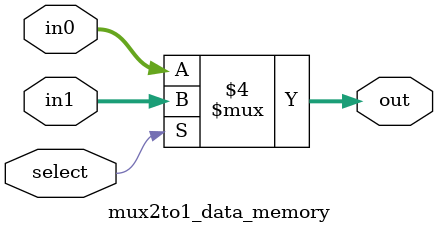
<source format=v>
`timescale 1ns / 1ps


module mux2to1_data_memory(in0, in1, select, out);

input [4:0] in0;

input [4:0] in1;

input select;

output reg [4:0] out;


always @ (in0, in1, select)

begin

if (select == 0)

out = in0;

else

out = in1;

end

endmodule
</source>
